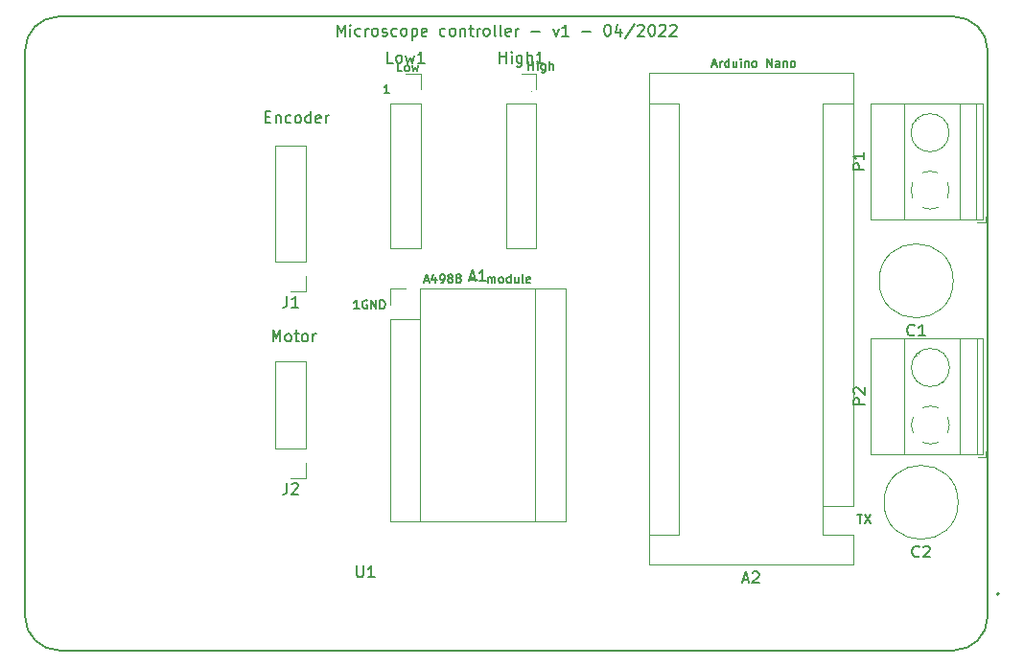
<source format=gto>
G04 #@! TF.GenerationSoftware,KiCad,Pcbnew,(5.1.12)-1*
G04 #@! TF.CreationDate,2022-04-21T18:06:29-03:00*
G04 #@! TF.ProjectId,micro3D,6d696372-6f33-4442-9e6b-696361645f70,rev?*
G04 #@! TF.SameCoordinates,Original*
G04 #@! TF.FileFunction,Legend,Top*
G04 #@! TF.FilePolarity,Positive*
%FSLAX46Y46*%
G04 Gerber Fmt 4.6, Leading zero omitted, Abs format (unit mm)*
G04 Created by KiCad (PCBNEW (5.1.12)-1) date 2022-04-21 18:06:29*
%MOMM*%
%LPD*%
G01*
G04 APERTURE LIST*
%ADD10C,0.150000*%
%ADD11C,0.120000*%
%ADD12C,0.200000*%
%ADD13C,0.127000*%
%ADD14R,1.600000X1.600000*%
%ADD15O,1.600000X1.600000*%
%ADD16R,2.600000X2.600000*%
%ADD17C,2.600000*%
%ADD18C,6.200000*%
%ADD19R,1.524000X1.524000*%
%ADD20C,1.524000*%
%ADD21O,1.700000X1.700000*%
%ADD22R,1.700000X1.700000*%
%ADD23C,1.600000*%
G04 APERTURE END LIST*
D10*
X96829904Y-86288571D02*
X97163238Y-86288571D01*
X97306095Y-86812380D02*
X96829904Y-86812380D01*
X96829904Y-85812380D01*
X97306095Y-85812380D01*
X97734666Y-86145714D02*
X97734666Y-86812380D01*
X97734666Y-86240952D02*
X97782285Y-86193333D01*
X97877523Y-86145714D01*
X98020380Y-86145714D01*
X98115619Y-86193333D01*
X98163238Y-86288571D01*
X98163238Y-86812380D01*
X99068000Y-86764761D02*
X98972761Y-86812380D01*
X98782285Y-86812380D01*
X98687047Y-86764761D01*
X98639428Y-86717142D01*
X98591809Y-86621904D01*
X98591809Y-86336190D01*
X98639428Y-86240952D01*
X98687047Y-86193333D01*
X98782285Y-86145714D01*
X98972761Y-86145714D01*
X99068000Y-86193333D01*
X99639428Y-86812380D02*
X99544190Y-86764761D01*
X99496571Y-86717142D01*
X99448952Y-86621904D01*
X99448952Y-86336190D01*
X99496571Y-86240952D01*
X99544190Y-86193333D01*
X99639428Y-86145714D01*
X99782285Y-86145714D01*
X99877523Y-86193333D01*
X99925142Y-86240952D01*
X99972761Y-86336190D01*
X99972761Y-86621904D01*
X99925142Y-86717142D01*
X99877523Y-86764761D01*
X99782285Y-86812380D01*
X99639428Y-86812380D01*
X100829904Y-86812380D02*
X100829904Y-85812380D01*
X100829904Y-86764761D02*
X100734666Y-86812380D01*
X100544190Y-86812380D01*
X100448952Y-86764761D01*
X100401333Y-86717142D01*
X100353714Y-86621904D01*
X100353714Y-86336190D01*
X100401333Y-86240952D01*
X100448952Y-86193333D01*
X100544190Y-86145714D01*
X100734666Y-86145714D01*
X100829904Y-86193333D01*
X101687047Y-86764761D02*
X101591809Y-86812380D01*
X101401333Y-86812380D01*
X101306095Y-86764761D01*
X101258476Y-86669523D01*
X101258476Y-86288571D01*
X101306095Y-86193333D01*
X101401333Y-86145714D01*
X101591809Y-86145714D01*
X101687047Y-86193333D01*
X101734666Y-86288571D01*
X101734666Y-86383809D01*
X101258476Y-86479047D01*
X102163238Y-86812380D02*
X102163238Y-86145714D01*
X102163238Y-86336190D02*
X102210857Y-86240952D01*
X102258476Y-86193333D01*
X102353714Y-86145714D01*
X102448952Y-86145714D01*
X97480666Y-106116380D02*
X97480666Y-105116380D01*
X97814000Y-105830666D01*
X98147333Y-105116380D01*
X98147333Y-106116380D01*
X98766380Y-106116380D02*
X98671142Y-106068761D01*
X98623523Y-106021142D01*
X98575904Y-105925904D01*
X98575904Y-105640190D01*
X98623523Y-105544952D01*
X98671142Y-105497333D01*
X98766380Y-105449714D01*
X98909238Y-105449714D01*
X99004476Y-105497333D01*
X99052095Y-105544952D01*
X99099714Y-105640190D01*
X99099714Y-105925904D01*
X99052095Y-106021142D01*
X99004476Y-106068761D01*
X98909238Y-106116380D01*
X98766380Y-106116380D01*
X99385428Y-105449714D02*
X99766380Y-105449714D01*
X99528285Y-105116380D02*
X99528285Y-105973523D01*
X99575904Y-106068761D01*
X99671142Y-106116380D01*
X99766380Y-106116380D01*
X100242571Y-106116380D02*
X100147333Y-106068761D01*
X100099714Y-106021142D01*
X100052095Y-105925904D01*
X100052095Y-105640190D01*
X100099714Y-105544952D01*
X100147333Y-105497333D01*
X100242571Y-105449714D01*
X100385428Y-105449714D01*
X100480666Y-105497333D01*
X100528285Y-105544952D01*
X100575904Y-105640190D01*
X100575904Y-105925904D01*
X100528285Y-106021142D01*
X100480666Y-106068761D01*
X100385428Y-106116380D01*
X100242571Y-106116380D01*
X101004476Y-106116380D02*
X101004476Y-105449714D01*
X101004476Y-105640190D02*
X101052095Y-105544952D01*
X101099714Y-105497333D01*
X101194952Y-105449714D01*
X101290190Y-105449714D01*
X136311142Y-81659000D02*
X136668285Y-81659000D01*
X136239714Y-81873285D02*
X136489714Y-81123285D01*
X136739714Y-81873285D01*
X136989714Y-81873285D02*
X136989714Y-81373285D01*
X136989714Y-81516142D02*
X137025428Y-81444714D01*
X137061142Y-81409000D01*
X137132571Y-81373285D01*
X137204000Y-81373285D01*
X137775428Y-81873285D02*
X137775428Y-81123285D01*
X137775428Y-81837571D02*
X137704000Y-81873285D01*
X137561142Y-81873285D01*
X137489714Y-81837571D01*
X137454000Y-81801857D01*
X137418285Y-81730428D01*
X137418285Y-81516142D01*
X137454000Y-81444714D01*
X137489714Y-81409000D01*
X137561142Y-81373285D01*
X137704000Y-81373285D01*
X137775428Y-81409000D01*
X138454000Y-81373285D02*
X138454000Y-81873285D01*
X138132571Y-81373285D02*
X138132571Y-81766142D01*
X138168285Y-81837571D01*
X138239714Y-81873285D01*
X138346857Y-81873285D01*
X138418285Y-81837571D01*
X138454000Y-81801857D01*
X138811142Y-81873285D02*
X138811142Y-81373285D01*
X138811142Y-81123285D02*
X138775428Y-81159000D01*
X138811142Y-81194714D01*
X138846857Y-81159000D01*
X138811142Y-81123285D01*
X138811142Y-81194714D01*
X139168285Y-81373285D02*
X139168285Y-81873285D01*
X139168285Y-81444714D02*
X139204000Y-81409000D01*
X139275428Y-81373285D01*
X139382571Y-81373285D01*
X139454000Y-81409000D01*
X139489714Y-81480428D01*
X139489714Y-81873285D01*
X139954000Y-81873285D02*
X139882571Y-81837571D01*
X139846857Y-81801857D01*
X139811142Y-81730428D01*
X139811142Y-81516142D01*
X139846857Y-81444714D01*
X139882571Y-81409000D01*
X139954000Y-81373285D01*
X140061142Y-81373285D01*
X140132571Y-81409000D01*
X140168285Y-81444714D01*
X140204000Y-81516142D01*
X140204000Y-81730428D01*
X140168285Y-81801857D01*
X140132571Y-81837571D01*
X140061142Y-81873285D01*
X139954000Y-81873285D01*
X141096857Y-81873285D02*
X141096857Y-81123285D01*
X141525428Y-81873285D01*
X141525428Y-81123285D01*
X142204000Y-81873285D02*
X142204000Y-81480428D01*
X142168285Y-81409000D01*
X142096857Y-81373285D01*
X141954000Y-81373285D01*
X141882571Y-81409000D01*
X142204000Y-81837571D02*
X142132571Y-81873285D01*
X141954000Y-81873285D01*
X141882571Y-81837571D01*
X141846857Y-81766142D01*
X141846857Y-81694714D01*
X141882571Y-81623285D01*
X141954000Y-81587571D01*
X142132571Y-81587571D01*
X142204000Y-81551857D01*
X142561142Y-81373285D02*
X142561142Y-81873285D01*
X142561142Y-81444714D02*
X142596857Y-81409000D01*
X142668285Y-81373285D01*
X142775428Y-81373285D01*
X142846857Y-81409000D01*
X142882571Y-81480428D01*
X142882571Y-81873285D01*
X143346857Y-81873285D02*
X143275428Y-81837571D01*
X143239714Y-81801857D01*
X143204000Y-81730428D01*
X143204000Y-81516142D01*
X143239714Y-81444714D01*
X143275428Y-81409000D01*
X143346857Y-81373285D01*
X143454000Y-81373285D01*
X143525428Y-81409000D01*
X143561142Y-81444714D01*
X143596857Y-81516142D01*
X143596857Y-81730428D01*
X143561142Y-81801857D01*
X143525428Y-81837571D01*
X143454000Y-81873285D01*
X143346857Y-81873285D01*
X149120571Y-121385285D02*
X149549142Y-121385285D01*
X149334857Y-122135285D02*
X149334857Y-121385285D01*
X149727714Y-121385285D02*
X150227714Y-122135285D01*
X150227714Y-121385285D02*
X149727714Y-122135285D01*
X120078571Y-82099285D02*
X120078571Y-81349285D01*
X120078571Y-81706428D02*
X120507142Y-81706428D01*
X120507142Y-82099285D02*
X120507142Y-81349285D01*
X120864285Y-82099285D02*
X120864285Y-81599285D01*
X120864285Y-81349285D02*
X120828571Y-81385000D01*
X120864285Y-81420714D01*
X120900000Y-81385000D01*
X120864285Y-81349285D01*
X120864285Y-81420714D01*
X121542857Y-81599285D02*
X121542857Y-82206428D01*
X121507142Y-82277857D01*
X121471428Y-82313571D01*
X121400000Y-82349285D01*
X121292857Y-82349285D01*
X121221428Y-82313571D01*
X121542857Y-82063571D02*
X121471428Y-82099285D01*
X121328571Y-82099285D01*
X121257142Y-82063571D01*
X121221428Y-82027857D01*
X121185714Y-81956428D01*
X121185714Y-81742142D01*
X121221428Y-81670714D01*
X121257142Y-81635000D01*
X121328571Y-81599285D01*
X121471428Y-81599285D01*
X121542857Y-81635000D01*
X121900000Y-82099285D02*
X121900000Y-81349285D01*
X122221428Y-82099285D02*
X122221428Y-81706428D01*
X122185714Y-81635000D01*
X122114285Y-81599285D01*
X122007142Y-81599285D01*
X121935714Y-81635000D01*
X121900000Y-81670714D01*
X108900000Y-82239285D02*
X108542857Y-82239285D01*
X108542857Y-81489285D01*
X109257142Y-82239285D02*
X109185714Y-82203571D01*
X109150000Y-82167857D01*
X109114285Y-82096428D01*
X109114285Y-81882142D01*
X109150000Y-81810714D01*
X109185714Y-81775000D01*
X109257142Y-81739285D01*
X109364285Y-81739285D01*
X109435714Y-81775000D01*
X109471428Y-81810714D01*
X109507142Y-81882142D01*
X109507142Y-82096428D01*
X109471428Y-82167857D01*
X109435714Y-82203571D01*
X109364285Y-82239285D01*
X109257142Y-82239285D01*
X109757142Y-81739285D02*
X109900000Y-82239285D01*
X110042857Y-81882142D01*
X110185714Y-82239285D01*
X110328571Y-81739285D01*
X120334285Y-83959285D02*
X119905714Y-83959285D01*
X120120000Y-83959285D02*
X120120000Y-83209285D01*
X120048571Y-83316428D01*
X119977142Y-83387857D01*
X119905714Y-83423571D01*
X107754285Y-84179285D02*
X107325714Y-84179285D01*
X107540000Y-84179285D02*
X107540000Y-83429285D01*
X107468571Y-83536428D01*
X107397142Y-83607857D01*
X107325714Y-83643571D01*
X110871428Y-100725000D02*
X111228571Y-100725000D01*
X110800000Y-100939285D02*
X111050000Y-100189285D01*
X111300000Y-100939285D01*
X111871428Y-100439285D02*
X111871428Y-100939285D01*
X111692857Y-100153571D02*
X111514285Y-100689285D01*
X111978571Y-100689285D01*
X112300000Y-100939285D02*
X112442857Y-100939285D01*
X112514285Y-100903571D01*
X112550000Y-100867857D01*
X112621428Y-100760714D01*
X112657142Y-100617857D01*
X112657142Y-100332142D01*
X112621428Y-100260714D01*
X112585714Y-100225000D01*
X112514285Y-100189285D01*
X112371428Y-100189285D01*
X112300000Y-100225000D01*
X112264285Y-100260714D01*
X112228571Y-100332142D01*
X112228571Y-100510714D01*
X112264285Y-100582142D01*
X112300000Y-100617857D01*
X112371428Y-100653571D01*
X112514285Y-100653571D01*
X112585714Y-100617857D01*
X112621428Y-100582142D01*
X112657142Y-100510714D01*
X113085714Y-100510714D02*
X113014285Y-100475000D01*
X112978571Y-100439285D01*
X112942857Y-100367857D01*
X112942857Y-100332142D01*
X112978571Y-100260714D01*
X113014285Y-100225000D01*
X113085714Y-100189285D01*
X113228571Y-100189285D01*
X113300000Y-100225000D01*
X113335714Y-100260714D01*
X113371428Y-100332142D01*
X113371428Y-100367857D01*
X113335714Y-100439285D01*
X113300000Y-100475000D01*
X113228571Y-100510714D01*
X113085714Y-100510714D01*
X113014285Y-100546428D01*
X112978571Y-100582142D01*
X112942857Y-100653571D01*
X112942857Y-100796428D01*
X112978571Y-100867857D01*
X113014285Y-100903571D01*
X113085714Y-100939285D01*
X113228571Y-100939285D01*
X113300000Y-100903571D01*
X113335714Y-100867857D01*
X113371428Y-100796428D01*
X113371428Y-100653571D01*
X113335714Y-100582142D01*
X113300000Y-100546428D01*
X113228571Y-100510714D01*
X113800000Y-100510714D02*
X113728571Y-100475000D01*
X113692857Y-100439285D01*
X113657142Y-100367857D01*
X113657142Y-100332142D01*
X113692857Y-100260714D01*
X113728571Y-100225000D01*
X113800000Y-100189285D01*
X113942857Y-100189285D01*
X114014285Y-100225000D01*
X114050000Y-100260714D01*
X114085714Y-100332142D01*
X114085714Y-100367857D01*
X114050000Y-100439285D01*
X114014285Y-100475000D01*
X113942857Y-100510714D01*
X113800000Y-100510714D01*
X113728571Y-100546428D01*
X113692857Y-100582142D01*
X113657142Y-100653571D01*
X113657142Y-100796428D01*
X113692857Y-100867857D01*
X113728571Y-100903571D01*
X113800000Y-100939285D01*
X113942857Y-100939285D01*
X114014285Y-100903571D01*
X114050000Y-100867857D01*
X114085714Y-100796428D01*
X114085714Y-100653571D01*
X114050000Y-100582142D01*
X114014285Y-100546428D01*
X113942857Y-100510714D01*
X114978571Y-100653571D02*
X115550000Y-100653571D01*
X116478571Y-100939285D02*
X116478571Y-100439285D01*
X116478571Y-100510714D02*
X116514285Y-100475000D01*
X116585714Y-100439285D01*
X116692857Y-100439285D01*
X116764285Y-100475000D01*
X116800000Y-100546428D01*
X116800000Y-100939285D01*
X116800000Y-100546428D02*
X116835714Y-100475000D01*
X116907142Y-100439285D01*
X117014285Y-100439285D01*
X117085714Y-100475000D01*
X117121428Y-100546428D01*
X117121428Y-100939285D01*
X117585714Y-100939285D02*
X117514285Y-100903571D01*
X117478571Y-100867857D01*
X117442857Y-100796428D01*
X117442857Y-100582142D01*
X117478571Y-100510714D01*
X117514285Y-100475000D01*
X117585714Y-100439285D01*
X117692857Y-100439285D01*
X117764285Y-100475000D01*
X117800000Y-100510714D01*
X117835714Y-100582142D01*
X117835714Y-100796428D01*
X117800000Y-100867857D01*
X117764285Y-100903571D01*
X117692857Y-100939285D01*
X117585714Y-100939285D01*
X118478571Y-100939285D02*
X118478571Y-100189285D01*
X118478571Y-100903571D02*
X118407142Y-100939285D01*
X118264285Y-100939285D01*
X118192857Y-100903571D01*
X118157142Y-100867857D01*
X118121428Y-100796428D01*
X118121428Y-100582142D01*
X118157142Y-100510714D01*
X118192857Y-100475000D01*
X118264285Y-100439285D01*
X118407142Y-100439285D01*
X118478571Y-100475000D01*
X119157142Y-100439285D02*
X119157142Y-100939285D01*
X118835714Y-100439285D02*
X118835714Y-100832142D01*
X118871428Y-100903571D01*
X118942857Y-100939285D01*
X119050000Y-100939285D01*
X119121428Y-100903571D01*
X119157142Y-100867857D01*
X119621428Y-100939285D02*
X119550000Y-100903571D01*
X119514285Y-100832142D01*
X119514285Y-100189285D01*
X120192857Y-100903571D02*
X120121428Y-100939285D01*
X119978571Y-100939285D01*
X119907142Y-100903571D01*
X119871428Y-100832142D01*
X119871428Y-100546428D01*
X119907142Y-100475000D01*
X119978571Y-100439285D01*
X120121428Y-100439285D01*
X120192857Y-100475000D01*
X120228571Y-100546428D01*
X120228571Y-100617857D01*
X119871428Y-100689285D01*
X105101428Y-103209285D02*
X104672857Y-103209285D01*
X104887142Y-103209285D02*
X104887142Y-102459285D01*
X104815714Y-102566428D01*
X104744285Y-102637857D01*
X104672857Y-102673571D01*
X105815714Y-102495000D02*
X105744285Y-102459285D01*
X105637142Y-102459285D01*
X105530000Y-102495000D01*
X105458571Y-102566428D01*
X105422857Y-102637857D01*
X105387142Y-102780714D01*
X105387142Y-102887857D01*
X105422857Y-103030714D01*
X105458571Y-103102142D01*
X105530000Y-103173571D01*
X105637142Y-103209285D01*
X105708571Y-103209285D01*
X105815714Y-103173571D01*
X105851428Y-103137857D01*
X105851428Y-102887857D01*
X105708571Y-102887857D01*
X106172857Y-103209285D02*
X106172857Y-102459285D01*
X106601428Y-103209285D01*
X106601428Y-102459285D01*
X106958571Y-103209285D02*
X106958571Y-102459285D01*
X107137142Y-102459285D01*
X107244285Y-102495000D01*
X107315714Y-102566428D01*
X107351428Y-102637857D01*
X107387142Y-102780714D01*
X107387142Y-102887857D01*
X107351428Y-103030714D01*
X107315714Y-103102142D01*
X107244285Y-103173571D01*
X107137142Y-103209285D01*
X106958571Y-103209285D01*
X103187619Y-79132380D02*
X103187619Y-78132380D01*
X103520952Y-78846666D01*
X103854285Y-78132380D01*
X103854285Y-79132380D01*
X104330476Y-79132380D02*
X104330476Y-78465714D01*
X104330476Y-78132380D02*
X104282857Y-78180000D01*
X104330476Y-78227619D01*
X104378095Y-78180000D01*
X104330476Y-78132380D01*
X104330476Y-78227619D01*
X105235238Y-79084761D02*
X105140000Y-79132380D01*
X104949523Y-79132380D01*
X104854285Y-79084761D01*
X104806666Y-79037142D01*
X104759047Y-78941904D01*
X104759047Y-78656190D01*
X104806666Y-78560952D01*
X104854285Y-78513333D01*
X104949523Y-78465714D01*
X105140000Y-78465714D01*
X105235238Y-78513333D01*
X105663809Y-79132380D02*
X105663809Y-78465714D01*
X105663809Y-78656190D02*
X105711428Y-78560952D01*
X105759047Y-78513333D01*
X105854285Y-78465714D01*
X105949523Y-78465714D01*
X106425714Y-79132380D02*
X106330476Y-79084761D01*
X106282857Y-79037142D01*
X106235238Y-78941904D01*
X106235238Y-78656190D01*
X106282857Y-78560952D01*
X106330476Y-78513333D01*
X106425714Y-78465714D01*
X106568571Y-78465714D01*
X106663809Y-78513333D01*
X106711428Y-78560952D01*
X106759047Y-78656190D01*
X106759047Y-78941904D01*
X106711428Y-79037142D01*
X106663809Y-79084761D01*
X106568571Y-79132380D01*
X106425714Y-79132380D01*
X107140000Y-79084761D02*
X107235238Y-79132380D01*
X107425714Y-79132380D01*
X107520952Y-79084761D01*
X107568571Y-78989523D01*
X107568571Y-78941904D01*
X107520952Y-78846666D01*
X107425714Y-78799047D01*
X107282857Y-78799047D01*
X107187619Y-78751428D01*
X107140000Y-78656190D01*
X107140000Y-78608571D01*
X107187619Y-78513333D01*
X107282857Y-78465714D01*
X107425714Y-78465714D01*
X107520952Y-78513333D01*
X108425714Y-79084761D02*
X108330476Y-79132380D01*
X108140000Y-79132380D01*
X108044761Y-79084761D01*
X107997142Y-79037142D01*
X107949523Y-78941904D01*
X107949523Y-78656190D01*
X107997142Y-78560952D01*
X108044761Y-78513333D01*
X108140000Y-78465714D01*
X108330476Y-78465714D01*
X108425714Y-78513333D01*
X108997142Y-79132380D02*
X108901904Y-79084761D01*
X108854285Y-79037142D01*
X108806666Y-78941904D01*
X108806666Y-78656190D01*
X108854285Y-78560952D01*
X108901904Y-78513333D01*
X108997142Y-78465714D01*
X109140000Y-78465714D01*
X109235238Y-78513333D01*
X109282857Y-78560952D01*
X109330476Y-78656190D01*
X109330476Y-78941904D01*
X109282857Y-79037142D01*
X109235238Y-79084761D01*
X109140000Y-79132380D01*
X108997142Y-79132380D01*
X109759047Y-78465714D02*
X109759047Y-79465714D01*
X109759047Y-78513333D02*
X109854285Y-78465714D01*
X110044761Y-78465714D01*
X110140000Y-78513333D01*
X110187619Y-78560952D01*
X110235238Y-78656190D01*
X110235238Y-78941904D01*
X110187619Y-79037142D01*
X110140000Y-79084761D01*
X110044761Y-79132380D01*
X109854285Y-79132380D01*
X109759047Y-79084761D01*
X111044761Y-79084761D02*
X110949523Y-79132380D01*
X110759047Y-79132380D01*
X110663809Y-79084761D01*
X110616190Y-78989523D01*
X110616190Y-78608571D01*
X110663809Y-78513333D01*
X110759047Y-78465714D01*
X110949523Y-78465714D01*
X111044761Y-78513333D01*
X111092380Y-78608571D01*
X111092380Y-78703809D01*
X110616190Y-78799047D01*
X112711428Y-79084761D02*
X112616190Y-79132380D01*
X112425714Y-79132380D01*
X112330476Y-79084761D01*
X112282857Y-79037142D01*
X112235238Y-78941904D01*
X112235238Y-78656190D01*
X112282857Y-78560952D01*
X112330476Y-78513333D01*
X112425714Y-78465714D01*
X112616190Y-78465714D01*
X112711428Y-78513333D01*
X113282857Y-79132380D02*
X113187619Y-79084761D01*
X113140000Y-79037142D01*
X113092380Y-78941904D01*
X113092380Y-78656190D01*
X113140000Y-78560952D01*
X113187619Y-78513333D01*
X113282857Y-78465714D01*
X113425714Y-78465714D01*
X113520952Y-78513333D01*
X113568571Y-78560952D01*
X113616190Y-78656190D01*
X113616190Y-78941904D01*
X113568571Y-79037142D01*
X113520952Y-79084761D01*
X113425714Y-79132380D01*
X113282857Y-79132380D01*
X114044761Y-78465714D02*
X114044761Y-79132380D01*
X114044761Y-78560952D02*
X114092380Y-78513333D01*
X114187619Y-78465714D01*
X114330476Y-78465714D01*
X114425714Y-78513333D01*
X114473333Y-78608571D01*
X114473333Y-79132380D01*
X114806666Y-78465714D02*
X115187619Y-78465714D01*
X114949523Y-78132380D02*
X114949523Y-78989523D01*
X114997142Y-79084761D01*
X115092380Y-79132380D01*
X115187619Y-79132380D01*
X115520952Y-79132380D02*
X115520952Y-78465714D01*
X115520952Y-78656190D02*
X115568571Y-78560952D01*
X115616190Y-78513333D01*
X115711428Y-78465714D01*
X115806666Y-78465714D01*
X116282857Y-79132380D02*
X116187619Y-79084761D01*
X116140000Y-79037142D01*
X116092380Y-78941904D01*
X116092380Y-78656190D01*
X116140000Y-78560952D01*
X116187619Y-78513333D01*
X116282857Y-78465714D01*
X116425714Y-78465714D01*
X116520952Y-78513333D01*
X116568571Y-78560952D01*
X116616190Y-78656190D01*
X116616190Y-78941904D01*
X116568571Y-79037142D01*
X116520952Y-79084761D01*
X116425714Y-79132380D01*
X116282857Y-79132380D01*
X117187619Y-79132380D02*
X117092380Y-79084761D01*
X117044761Y-78989523D01*
X117044761Y-78132380D01*
X117711428Y-79132380D02*
X117616190Y-79084761D01*
X117568571Y-78989523D01*
X117568571Y-78132380D01*
X118473333Y-79084761D02*
X118378095Y-79132380D01*
X118187619Y-79132380D01*
X118092380Y-79084761D01*
X118044761Y-78989523D01*
X118044761Y-78608571D01*
X118092380Y-78513333D01*
X118187619Y-78465714D01*
X118378095Y-78465714D01*
X118473333Y-78513333D01*
X118520952Y-78608571D01*
X118520952Y-78703809D01*
X118044761Y-78799047D01*
X118949523Y-79132380D02*
X118949523Y-78465714D01*
X118949523Y-78656190D02*
X118997142Y-78560952D01*
X119044761Y-78513333D01*
X119140000Y-78465714D01*
X119235238Y-78465714D01*
X120330476Y-78751428D02*
X121092380Y-78751428D01*
X122235238Y-78465714D02*
X122473333Y-79132380D01*
X122711428Y-78465714D01*
X123616190Y-79132380D02*
X123044761Y-79132380D01*
X123330476Y-79132380D02*
X123330476Y-78132380D01*
X123235238Y-78275238D01*
X123140000Y-78370476D01*
X123044761Y-78418095D01*
X124806666Y-78751428D02*
X125568571Y-78751428D01*
X126997142Y-78132380D02*
X127092380Y-78132380D01*
X127187619Y-78180000D01*
X127235238Y-78227619D01*
X127282857Y-78322857D01*
X127330476Y-78513333D01*
X127330476Y-78751428D01*
X127282857Y-78941904D01*
X127235238Y-79037142D01*
X127187619Y-79084761D01*
X127092380Y-79132380D01*
X126997142Y-79132380D01*
X126901904Y-79084761D01*
X126854285Y-79037142D01*
X126806666Y-78941904D01*
X126759047Y-78751428D01*
X126759047Y-78513333D01*
X126806666Y-78322857D01*
X126854285Y-78227619D01*
X126901904Y-78180000D01*
X126997142Y-78132380D01*
X128187619Y-78465714D02*
X128187619Y-79132380D01*
X127949523Y-78084761D02*
X127711428Y-78799047D01*
X128330476Y-78799047D01*
X129425714Y-78084761D02*
X128568571Y-79370476D01*
X129711428Y-78227619D02*
X129759047Y-78180000D01*
X129854285Y-78132380D01*
X130092380Y-78132380D01*
X130187619Y-78180000D01*
X130235238Y-78227619D01*
X130282857Y-78322857D01*
X130282857Y-78418095D01*
X130235238Y-78560952D01*
X129663809Y-79132380D01*
X130282857Y-79132380D01*
X130901904Y-78132380D02*
X130997142Y-78132380D01*
X131092380Y-78180000D01*
X131140000Y-78227619D01*
X131187619Y-78322857D01*
X131235238Y-78513333D01*
X131235238Y-78751428D01*
X131187619Y-78941904D01*
X131140000Y-79037142D01*
X131092380Y-79084761D01*
X130997142Y-79132380D01*
X130901904Y-79132380D01*
X130806666Y-79084761D01*
X130759047Y-79037142D01*
X130711428Y-78941904D01*
X130663809Y-78751428D01*
X130663809Y-78513333D01*
X130711428Y-78322857D01*
X130759047Y-78227619D01*
X130806666Y-78180000D01*
X130901904Y-78132380D01*
X131616190Y-78227619D02*
X131663809Y-78180000D01*
X131759047Y-78132380D01*
X131997142Y-78132380D01*
X132092380Y-78180000D01*
X132139999Y-78227619D01*
X132187619Y-78322857D01*
X132187619Y-78418095D01*
X132139999Y-78560952D01*
X131568571Y-79132380D01*
X132187619Y-79132380D01*
X132568571Y-78227619D02*
X132616190Y-78180000D01*
X132711428Y-78132380D01*
X132949523Y-78132380D01*
X133044761Y-78180000D01*
X133092380Y-78227619D01*
X133139999Y-78322857D01*
X133139999Y-78418095D01*
X133092380Y-78560952D01*
X132520952Y-79132380D01*
X133139999Y-79132380D01*
D11*
X123320000Y-101470000D02*
X110490000Y-101470000D01*
X123320000Y-122050000D02*
X123320000Y-101470000D01*
X107820000Y-122050000D02*
X123320000Y-122050000D01*
X107820000Y-104140000D02*
X107820000Y-122050000D01*
X110490000Y-104140000D02*
X107820000Y-104140000D01*
X110490000Y-101470000D02*
X110490000Y-104140000D01*
X107820000Y-101470000D02*
X107820000Y-102870000D01*
X109220000Y-101470000D02*
X107820000Y-101470000D01*
X110490000Y-104140000D02*
X110490000Y-122050000D01*
X120650000Y-101470000D02*
X120650000Y-122050000D01*
X130680000Y-125860000D02*
X148720000Y-125860000D01*
X130680000Y-82420000D02*
X130680000Y-125860000D01*
X148720000Y-82420000D02*
X130680000Y-82420000D01*
X146050000Y-85090000D02*
X148720000Y-85090000D01*
X146050000Y-120650000D02*
X146050000Y-85090000D01*
X146050000Y-120650000D02*
X148720000Y-120650000D01*
X133350000Y-85090000D02*
X130680000Y-85090000D01*
X133350000Y-123190000D02*
X133350000Y-85090000D01*
X133350000Y-123190000D02*
X130680000Y-123190000D01*
X148720000Y-125860000D02*
X148720000Y-123190000D01*
X148720000Y-120650000D02*
X148720000Y-82420000D01*
X146050000Y-123190000D02*
X148720000Y-123190000D01*
X146050000Y-120650000D02*
X146050000Y-123190000D01*
X160420000Y-95590000D02*
X160420000Y-95090000D01*
X159680000Y-95590000D02*
X160420000Y-95590000D01*
X156543000Y-88897000D02*
X156589000Y-88944000D01*
X154245000Y-86600000D02*
X154281000Y-86635000D01*
X156759000Y-88704000D02*
X156794000Y-88739000D01*
X154451000Y-86395000D02*
X154497000Y-86442000D01*
X150259000Y-85070000D02*
X160180000Y-85070000D01*
X150259000Y-95350000D02*
X160180000Y-95350000D01*
X160180000Y-95350000D02*
X160180000Y-85070000D01*
X150259000Y-95350000D02*
X150259000Y-85070000D01*
X153219000Y-95350000D02*
X153219000Y-85070000D01*
X158120000Y-95350000D02*
X158120000Y-85070000D01*
X159620000Y-95350000D02*
X159620000Y-85070000D01*
X157200000Y-87670000D02*
G75*
G03*
X157200000Y-87670000I-1680000J0D01*
G01*
X157054756Y-92066682D02*
G75*
G02*
X157200000Y-92750000I-1534756J-683318D01*
G01*
X154836958Y-91214574D02*
G75*
G02*
X156204000Y-91215000I683042J-1535426D01*
G01*
X153984574Y-93433042D02*
G75*
G02*
X153985000Y-92066000I1535426J683042D01*
G01*
X156203042Y-94285426D02*
G75*
G02*
X154836000Y-94285000I-683042J1535426D01*
G01*
X157200253Y-92721195D02*
G75*
G02*
X157055000Y-93434000I-1680253J-28805D01*
G01*
X157230000Y-108420000D02*
G75*
G03*
X157230000Y-108420000I-1680000J0D01*
G01*
X159650000Y-116100000D02*
X159650000Y-105820000D01*
X158150000Y-116100000D02*
X158150000Y-105820000D01*
X153249000Y-116100000D02*
X153249000Y-105820000D01*
X150289000Y-116100000D02*
X150289000Y-105820000D01*
X160210000Y-116100000D02*
X160210000Y-105820000D01*
X150289000Y-116100000D02*
X160210000Y-116100000D01*
X150289000Y-105820000D02*
X160210000Y-105820000D01*
X154481000Y-107145000D02*
X154527000Y-107192000D01*
X156789000Y-109454000D02*
X156824000Y-109489000D01*
X154275000Y-107350000D02*
X154311000Y-107385000D01*
X156573000Y-109647000D02*
X156619000Y-109694000D01*
X159710000Y-116340000D02*
X160450000Y-116340000D01*
X160450000Y-116340000D02*
X160450000Y-115840000D01*
X157230253Y-113471195D02*
G75*
G02*
X157085000Y-114184000I-1680253J-28805D01*
G01*
X156233042Y-115035426D02*
G75*
G02*
X154866000Y-115035000I-683042J1535426D01*
G01*
X154014574Y-114183042D02*
G75*
G02*
X154015000Y-112816000I1535426J683042D01*
G01*
X154866958Y-111964574D02*
G75*
G02*
X156234000Y-111965000I683042J-1535426D01*
G01*
X157084756Y-112816682D02*
G75*
G02*
X157230000Y-113500000I-1534756J-683318D01*
G01*
D12*
X161610000Y-128410000D02*
G75*
G03*
X161610000Y-128410000I-100000J0D01*
G01*
D13*
X78610000Y-133410000D02*
X157610000Y-133410000D01*
X75610000Y-80410000D02*
X75610000Y-130410000D01*
X157610000Y-77410000D02*
X78610000Y-77410000D01*
X160610000Y-130410000D02*
X160610000Y-80410000D01*
X160610000Y-80410000D02*
G75*
G03*
X157610000Y-77410000I-3000000J0D01*
G01*
X78610000Y-77410000D02*
G75*
G03*
X75610000Y-80410000I0J-3000000D01*
G01*
X75610000Y-130410000D02*
G75*
G03*
X78610000Y-133410000I3000000J0D01*
G01*
X157610000Y-133410000D02*
G75*
G03*
X160610000Y-130410000I0J3000000D01*
G01*
D11*
X119420000Y-82490000D02*
X120750000Y-82490000D01*
X120750000Y-82490000D02*
X120750000Y-83820000D01*
X120750000Y-85090000D02*
X120750000Y-97850000D01*
X118090000Y-97850000D02*
X120750000Y-97850000D01*
X118090000Y-85090000D02*
X118090000Y-97850000D01*
X118090000Y-85090000D02*
X120750000Y-85090000D01*
X107890000Y-85090000D02*
X110550000Y-85090000D01*
X107890000Y-85090000D02*
X107890000Y-97850000D01*
X107890000Y-97850000D02*
X110550000Y-97850000D01*
X110550000Y-85090000D02*
X110550000Y-97850000D01*
X110550000Y-82490000D02*
X110550000Y-83820000D01*
X109220000Y-82490000D02*
X110550000Y-82490000D01*
X157570000Y-100760000D02*
G75*
G03*
X157570000Y-100760000I-3270000J0D01*
G01*
X158000000Y-120330000D02*
G75*
G03*
X158000000Y-120330000I-3270000J0D01*
G01*
X100390000Y-101660000D02*
X99060000Y-101660000D01*
X100390000Y-100330000D02*
X100390000Y-101660000D01*
X100390000Y-99060000D02*
X97730000Y-99060000D01*
X97730000Y-99060000D02*
X97730000Y-88840000D01*
X100390000Y-99060000D02*
X100390000Y-88840000D01*
X100390000Y-88840000D02*
X97730000Y-88840000D01*
X100390000Y-118170000D02*
X99060000Y-118170000D01*
X100390000Y-116840000D02*
X100390000Y-118170000D01*
X100390000Y-115570000D02*
X97730000Y-115570000D01*
X97730000Y-115570000D02*
X97730000Y-107890000D01*
X100390000Y-115570000D02*
X100390000Y-107890000D01*
X100390000Y-107890000D02*
X97730000Y-107890000D01*
D10*
X114855714Y-100496666D02*
X115331904Y-100496666D01*
X114760476Y-100782380D02*
X115093809Y-99782380D01*
X115427142Y-100782380D01*
X116284285Y-100782380D02*
X115712857Y-100782380D01*
X115998571Y-100782380D02*
X115998571Y-99782380D01*
X115903333Y-99925238D01*
X115808095Y-100020476D01*
X115712857Y-100068095D01*
X138985714Y-127166666D02*
X139461904Y-127166666D01*
X138890476Y-127452380D02*
X139223809Y-126452380D01*
X139557142Y-127452380D01*
X139842857Y-126547619D02*
X139890476Y-126500000D01*
X139985714Y-126452380D01*
X140223809Y-126452380D01*
X140319047Y-126500000D01*
X140366666Y-126547619D01*
X140414285Y-126642857D01*
X140414285Y-126738095D01*
X140366666Y-126880952D01*
X139795238Y-127452380D01*
X140414285Y-127452380D01*
X149712380Y-90948095D02*
X148712380Y-90948095D01*
X148712380Y-90567142D01*
X148760000Y-90471904D01*
X148807619Y-90424285D01*
X148902857Y-90376666D01*
X149045714Y-90376666D01*
X149140952Y-90424285D01*
X149188571Y-90471904D01*
X149236190Y-90567142D01*
X149236190Y-90948095D01*
X149712380Y-89424285D02*
X149712380Y-89995714D01*
X149712380Y-89710000D02*
X148712380Y-89710000D01*
X148855238Y-89805238D01*
X148950476Y-89900476D01*
X148998095Y-89995714D01*
X149742380Y-111698095D02*
X148742380Y-111698095D01*
X148742380Y-111317142D01*
X148790000Y-111221904D01*
X148837619Y-111174285D01*
X148932857Y-111126666D01*
X149075714Y-111126666D01*
X149170952Y-111174285D01*
X149218571Y-111221904D01*
X149266190Y-111317142D01*
X149266190Y-111698095D01*
X148837619Y-110745714D02*
X148790000Y-110698095D01*
X148742380Y-110602857D01*
X148742380Y-110364761D01*
X148790000Y-110269523D01*
X148837619Y-110221904D01*
X148932857Y-110174285D01*
X149028095Y-110174285D01*
X149170952Y-110221904D01*
X149742380Y-110793333D01*
X149742380Y-110174285D01*
X104902095Y-125944380D02*
X104902095Y-126753904D01*
X104949714Y-126849142D01*
X104997333Y-126896761D01*
X105092571Y-126944380D01*
X105283047Y-126944380D01*
X105378285Y-126896761D01*
X105425904Y-126849142D01*
X105473523Y-126753904D01*
X105473523Y-125944380D01*
X106473523Y-126944380D02*
X105902095Y-126944380D01*
X106187809Y-126944380D02*
X106187809Y-125944380D01*
X106092571Y-126087238D01*
X105997333Y-126182476D01*
X105902095Y-126230095D01*
X117515238Y-81502380D02*
X117515238Y-80502380D01*
X117515238Y-80978571D02*
X118086666Y-80978571D01*
X118086666Y-81502380D02*
X118086666Y-80502380D01*
X118562857Y-81502380D02*
X118562857Y-80835714D01*
X118562857Y-80502380D02*
X118515238Y-80550000D01*
X118562857Y-80597619D01*
X118610476Y-80550000D01*
X118562857Y-80502380D01*
X118562857Y-80597619D01*
X119467619Y-80835714D02*
X119467619Y-81645238D01*
X119420000Y-81740476D01*
X119372380Y-81788095D01*
X119277142Y-81835714D01*
X119134285Y-81835714D01*
X119039047Y-81788095D01*
X119467619Y-81454761D02*
X119372380Y-81502380D01*
X119181904Y-81502380D01*
X119086666Y-81454761D01*
X119039047Y-81407142D01*
X118991428Y-81311904D01*
X118991428Y-81026190D01*
X119039047Y-80930952D01*
X119086666Y-80883333D01*
X119181904Y-80835714D01*
X119372380Y-80835714D01*
X119467619Y-80883333D01*
X119943809Y-81502380D02*
X119943809Y-80502380D01*
X120372380Y-81502380D02*
X120372380Y-80978571D01*
X120324761Y-80883333D01*
X120229523Y-80835714D01*
X120086666Y-80835714D01*
X119991428Y-80883333D01*
X119943809Y-80930952D01*
X121372380Y-81502380D02*
X120800952Y-81502380D01*
X121086666Y-81502380D02*
X121086666Y-80502380D01*
X120991428Y-80645238D01*
X120896190Y-80740476D01*
X120800952Y-80788095D01*
X108077142Y-81502380D02*
X107600952Y-81502380D01*
X107600952Y-80502380D01*
X108553333Y-81502380D02*
X108458095Y-81454761D01*
X108410476Y-81407142D01*
X108362857Y-81311904D01*
X108362857Y-81026190D01*
X108410476Y-80930952D01*
X108458095Y-80883333D01*
X108553333Y-80835714D01*
X108696190Y-80835714D01*
X108791428Y-80883333D01*
X108839047Y-80930952D01*
X108886666Y-81026190D01*
X108886666Y-81311904D01*
X108839047Y-81407142D01*
X108791428Y-81454761D01*
X108696190Y-81502380D01*
X108553333Y-81502380D01*
X109220000Y-80835714D02*
X109410476Y-81502380D01*
X109600952Y-81026190D01*
X109791428Y-81502380D01*
X109981904Y-80835714D01*
X110886666Y-81502380D02*
X110315238Y-81502380D01*
X110600952Y-81502380D02*
X110600952Y-80502380D01*
X110505714Y-80645238D01*
X110410476Y-80740476D01*
X110315238Y-80788095D01*
X154133333Y-105517142D02*
X154085714Y-105564761D01*
X153942857Y-105612380D01*
X153847619Y-105612380D01*
X153704761Y-105564761D01*
X153609523Y-105469523D01*
X153561904Y-105374285D01*
X153514285Y-105183809D01*
X153514285Y-105040952D01*
X153561904Y-104850476D01*
X153609523Y-104755238D01*
X153704761Y-104660000D01*
X153847619Y-104612380D01*
X153942857Y-104612380D01*
X154085714Y-104660000D01*
X154133333Y-104707619D01*
X155085714Y-105612380D02*
X154514285Y-105612380D01*
X154800000Y-105612380D02*
X154800000Y-104612380D01*
X154704761Y-104755238D01*
X154609523Y-104850476D01*
X154514285Y-104898095D01*
X154563333Y-125087142D02*
X154515714Y-125134761D01*
X154372857Y-125182380D01*
X154277619Y-125182380D01*
X154134761Y-125134761D01*
X154039523Y-125039523D01*
X153991904Y-124944285D01*
X153944285Y-124753809D01*
X153944285Y-124610952D01*
X153991904Y-124420476D01*
X154039523Y-124325238D01*
X154134761Y-124230000D01*
X154277619Y-124182380D01*
X154372857Y-124182380D01*
X154515714Y-124230000D01*
X154563333Y-124277619D01*
X154944285Y-124277619D02*
X154991904Y-124230000D01*
X155087142Y-124182380D01*
X155325238Y-124182380D01*
X155420476Y-124230000D01*
X155468095Y-124277619D01*
X155515714Y-124372857D01*
X155515714Y-124468095D01*
X155468095Y-124610952D01*
X154896666Y-125182380D01*
X155515714Y-125182380D01*
X98726666Y-102112380D02*
X98726666Y-102826666D01*
X98679047Y-102969523D01*
X98583809Y-103064761D01*
X98440952Y-103112380D01*
X98345714Y-103112380D01*
X99726666Y-103112380D02*
X99155238Y-103112380D01*
X99440952Y-103112380D02*
X99440952Y-102112380D01*
X99345714Y-102255238D01*
X99250476Y-102350476D01*
X99155238Y-102398095D01*
X98726666Y-118622380D02*
X98726666Y-119336666D01*
X98679047Y-119479523D01*
X98583809Y-119574761D01*
X98440952Y-119622380D01*
X98345714Y-119622380D01*
X99155238Y-118717619D02*
X99202857Y-118670000D01*
X99298095Y-118622380D01*
X99536190Y-118622380D01*
X99631428Y-118670000D01*
X99679047Y-118717619D01*
X99726666Y-118812857D01*
X99726666Y-118908095D01*
X99679047Y-119050952D01*
X99107619Y-119622380D01*
X99726666Y-119622380D01*
%LPC*%
D14*
X109220000Y-102870000D03*
D15*
X121920000Y-120650000D03*
X109220000Y-105410000D03*
X121920000Y-118110000D03*
X109220000Y-107950000D03*
X121920000Y-115570000D03*
X109220000Y-110490000D03*
X121920000Y-113030000D03*
X109220000Y-113030000D03*
X121920000Y-110490000D03*
X109220000Y-115570000D03*
X121920000Y-107950000D03*
X109220000Y-118110000D03*
X121920000Y-105410000D03*
X109220000Y-120650000D03*
X121920000Y-102870000D03*
D14*
X147320000Y-121920000D03*
D15*
X132080000Y-88900000D03*
X147320000Y-119380000D03*
X132080000Y-91440000D03*
X147320000Y-116840000D03*
X132080000Y-93980000D03*
X147320000Y-114300000D03*
X132080000Y-96520000D03*
X147320000Y-111760000D03*
X132080000Y-99060000D03*
X147320000Y-109220000D03*
X132080000Y-101600000D03*
X147320000Y-106680000D03*
X132080000Y-104140000D03*
X147320000Y-104140000D03*
X132080000Y-106680000D03*
X147320000Y-101600000D03*
X132080000Y-109220000D03*
X147320000Y-99060000D03*
X132080000Y-111760000D03*
X147320000Y-96520000D03*
X132080000Y-114300000D03*
X147320000Y-93980000D03*
X132080000Y-116840000D03*
X147320000Y-91440000D03*
X132080000Y-119380000D03*
X147320000Y-88900000D03*
X132080000Y-121920000D03*
X147320000Y-86360000D03*
X132080000Y-86360000D03*
D16*
X155520000Y-92750000D03*
D17*
X155520000Y-87670000D03*
X155550000Y-108420000D03*
D16*
X155550000Y-113500000D03*
D18*
X157110000Y-80910000D03*
X99110000Y-80910000D03*
X99110000Y-129910000D03*
X157110000Y-129910000D03*
D19*
X152240000Y-128640000D03*
D20*
X149700000Y-128640000D03*
X147160000Y-128640000D03*
X144620000Y-128640000D03*
X142080000Y-128640000D03*
X139540000Y-128640000D03*
X152240000Y-131180000D03*
X149700000Y-131180000D03*
X147160000Y-131180000D03*
X144620000Y-131180000D03*
X142080000Y-131180000D03*
X139540000Y-131180000D03*
X137000000Y-128640000D03*
X137000000Y-131180000D03*
X134460000Y-128640000D03*
X131920000Y-128640000D03*
X129380000Y-128640000D03*
X126840000Y-128640000D03*
X124300000Y-128640000D03*
X121760000Y-128640000D03*
X134460000Y-131180000D03*
X131920000Y-131180000D03*
X129380000Y-131180000D03*
X126840000Y-131180000D03*
X124300000Y-131180000D03*
X121760000Y-131180000D03*
X119220000Y-128640000D03*
X119220000Y-131180000D03*
X116680000Y-128640000D03*
X114140000Y-128640000D03*
X111600000Y-128640000D03*
X109060000Y-128640000D03*
X106520000Y-128640000D03*
X103980000Y-128640000D03*
X116680000Y-131180000D03*
X114140000Y-131180000D03*
X111600000Y-131180000D03*
X109060000Y-131180000D03*
X106520000Y-131180000D03*
X103980000Y-131180000D03*
D21*
X119420000Y-96520000D03*
X119420000Y-93980000D03*
X119420000Y-91440000D03*
X119420000Y-88900000D03*
X119420000Y-86360000D03*
D22*
X119420000Y-83820000D03*
X109220000Y-83820000D03*
D21*
X109220000Y-86360000D03*
X109220000Y-88900000D03*
X109220000Y-91440000D03*
X109220000Y-93980000D03*
X109220000Y-96520000D03*
D23*
X155550000Y-100760000D03*
X153050000Y-100760000D03*
X153480000Y-120330000D03*
X155980000Y-120330000D03*
D22*
X99060000Y-100330000D03*
D21*
X99060000Y-97790000D03*
X99060000Y-95250000D03*
X99060000Y-92710000D03*
X99060000Y-90170000D03*
D22*
X99060000Y-116840000D03*
D21*
X99060000Y-114300000D03*
X99060000Y-111760000D03*
X99060000Y-109220000D03*
M02*

</source>
